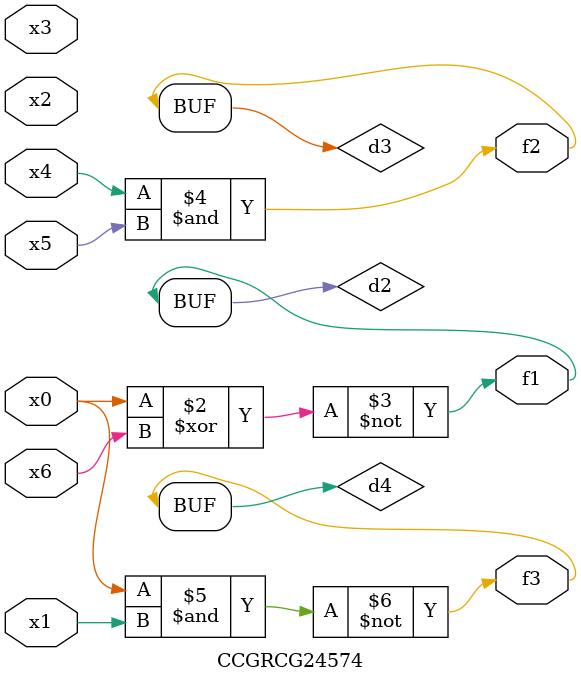
<source format=v>
module CCGRCG24574(
	input x0, x1, x2, x3, x4, x5, x6,
	output f1, f2, f3
);

	wire d1, d2, d3, d4;

	nor (d1, x0);
	xnor (d2, x0, x6);
	and (d3, x4, x5);
	nand (d4, x0, x1);
	assign f1 = d2;
	assign f2 = d3;
	assign f3 = d4;
endmodule

</source>
